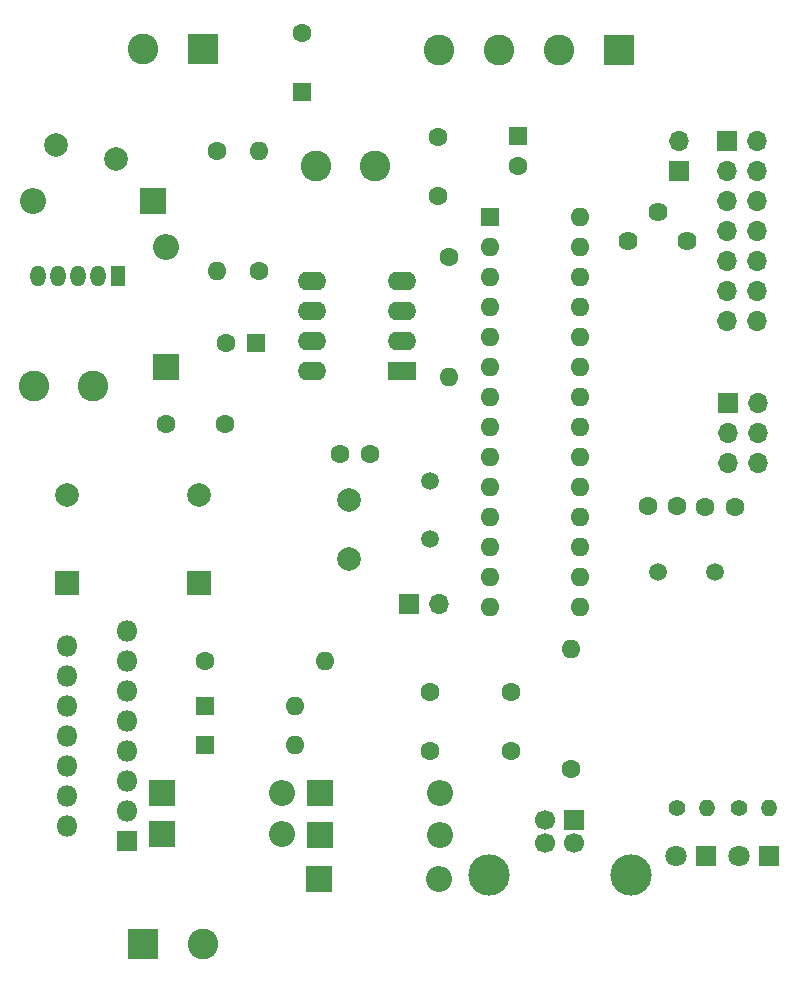
<source format=gbr>
%TF.GenerationSoftware,KiCad,Pcbnew,7.0.9*%
%TF.CreationDate,2023-12-16T09:33:54+01:00*%
%TF.ProjectId,Mutteruhr,4d757474-6572-4756-9872-2e6b69636164,rev?*%
%TF.SameCoordinates,Original*%
%TF.FileFunction,Soldermask,Bot*%
%TF.FilePolarity,Negative*%
%FSLAX46Y46*%
G04 Gerber Fmt 4.6, Leading zero omitted, Abs format (unit mm)*
G04 Created by KiCad (PCBNEW 7.0.9) date 2023-12-16 09:33:54*
%MOMM*%
%LPD*%
G01*
G04 APERTURE LIST*
%ADD10R,1.275000X1.800000*%
%ADD11O,1.275000X1.800000*%
%ADD12R,1.600000X1.600000*%
%ADD13O,1.600000X1.600000*%
%ADD14R,1.800000X1.800000*%
%ADD15O,1.800000X1.800000*%
%ADD16C,1.600000*%
%ADD17R,2.000000X2.000000*%
%ADD18C,2.000000*%
%ADD19C,1.800000*%
%ADD20R,1.700000X1.700000*%
%ADD21O,1.700000X1.700000*%
%ADD22C,2.600000*%
%ADD23R,2.400000X1.600000*%
%ADD24O,2.400000X1.600000*%
%ADD25C,1.500000*%
%ADD26C,1.620000*%
%ADD27C,1.700000*%
%ADD28C,3.500000*%
%ADD29C,2.010000*%
%ADD30R,2.600000X2.600000*%
%ADD31R,2.200000X2.200000*%
%ADD32O,2.200000X2.200000*%
%ADD33C,1.400000*%
%ADD34O,1.400000X1.400000*%
G04 APERTURE END LIST*
D10*
%TO.C,U1*%
X163850000Y-42300000D03*
D11*
X162150000Y-42300000D03*
X160450000Y-42300000D03*
X158750000Y-42300000D03*
X157050000Y-42300000D03*
%TD*%
D12*
%TO.C,U2*%
X195326000Y-37338000D03*
D13*
X195326000Y-39878000D03*
X195326000Y-42418000D03*
X195326000Y-44958000D03*
X195326000Y-47498000D03*
X195326000Y-50038000D03*
X195326000Y-52578000D03*
X195326000Y-55118000D03*
X195326000Y-57658000D03*
X195326000Y-60198000D03*
X195326000Y-62738000D03*
X195326000Y-65278000D03*
X195326000Y-67818000D03*
X195326000Y-70358000D03*
X202946000Y-70358000D03*
X202946000Y-67818000D03*
X202946000Y-65278000D03*
X202946000Y-62738000D03*
X202946000Y-60198000D03*
X202946000Y-57658000D03*
X202946000Y-55118000D03*
X202946000Y-52578000D03*
X202946000Y-50038000D03*
X202946000Y-47498000D03*
X202946000Y-44958000D03*
X202946000Y-42418000D03*
X202946000Y-39878000D03*
X202946000Y-37338000D03*
%TD*%
D14*
%TO.C,U5*%
X164592000Y-90170000D03*
D15*
X159512000Y-88900000D03*
X164592000Y-87630000D03*
X159512000Y-86360000D03*
X164592000Y-85090000D03*
X159512000Y-83820000D03*
X164592000Y-82550000D03*
X159512000Y-81280000D03*
X164592000Y-80010000D03*
X159512000Y-78740000D03*
X164592000Y-77470000D03*
X159512000Y-76200000D03*
X164592000Y-74930000D03*
X159512000Y-73660000D03*
X164592000Y-72390000D03*
%TD*%
D12*
%TO.C,D11*%
X171196000Y-78740000D03*
D13*
X178816000Y-78740000D03*
%TD*%
D12*
%TO.C,C1*%
X179438300Y-26733500D03*
D16*
X179438300Y-21733500D03*
%TD*%
D17*
%TO.C,C3*%
X159512000Y-68326000D03*
D18*
X159512000Y-60826000D03*
%TD*%
%TO.C,C5*%
X183388000Y-66294000D03*
X183388000Y-61294000D03*
%TD*%
D16*
%TO.C,C7*%
X208675600Y-61836300D03*
X211175600Y-61836300D03*
%TD*%
%TO.C,C8*%
X216039700Y-61861700D03*
X213539700Y-61861700D03*
%TD*%
D17*
%TO.C,C10*%
X170688000Y-68326000D03*
D18*
X170688000Y-60826000D03*
%TD*%
D12*
%TO.C,C13*%
X197700900Y-30492700D03*
D16*
X197700900Y-32992700D03*
%TD*%
D14*
%TO.C,D8*%
X218948000Y-91452700D03*
D19*
X216408000Y-91452700D03*
%TD*%
D14*
%TO.C,D9*%
X213614000Y-91452700D03*
D19*
X211074000Y-91452700D03*
%TD*%
D20*
%TO.C,J3*%
X215460000Y-53086000D03*
D21*
X218000000Y-53086000D03*
X215460000Y-55626000D03*
X218000000Y-55626000D03*
X215460000Y-58166000D03*
X218000000Y-58166000D03*
%TD*%
D20*
%TO.C,J7*%
X188468000Y-70104000D03*
D21*
X191008000Y-70104000D03*
%TD*%
D22*
%TO.C,L1*%
X156750000Y-51650000D03*
X161750000Y-51650000D03*
%TD*%
%TO.C,L2*%
X180594000Y-33007300D03*
X185594000Y-33007300D03*
%TD*%
D16*
%TO.C,R2*%
X175768000Y-41910000D03*
D13*
X175768000Y-31750000D03*
%TD*%
D16*
%TO.C,R6*%
X191820800Y-40690800D03*
D13*
X191820800Y-50850800D03*
%TD*%
D16*
%TO.C,R7*%
X171196000Y-74930000D03*
D13*
X181356000Y-74930000D03*
%TD*%
D23*
%TO.C,U3*%
X187858400Y-50355500D03*
D24*
X187858400Y-47815500D03*
X187858400Y-45275500D03*
X187858400Y-42735500D03*
X180238400Y-42735500D03*
X180238400Y-45275500D03*
X180238400Y-47815500D03*
X180238400Y-50355500D03*
%TD*%
D25*
%TO.C,Y2*%
X209521400Y-67424300D03*
X214401400Y-67424300D03*
%TD*%
D26*
%TO.C,RV1*%
X207010000Y-39370000D03*
X209510000Y-36870000D03*
X212010000Y-39370000D03*
%TD*%
D20*
%TO.C,J4*%
X202476100Y-88353900D03*
D27*
X199976100Y-88353900D03*
X199976100Y-90353900D03*
X202476100Y-90353900D03*
D28*
X207246100Y-93063900D03*
X195206100Y-93063900D03*
%TD*%
D29*
%TO.C,F1*%
X158600000Y-31200000D03*
X163700000Y-32400000D03*
%TD*%
D30*
%TO.C,J1*%
X171043600Y-23101300D03*
D22*
X165963600Y-23101300D03*
%TD*%
D30*
%TO.C,J2*%
X206240000Y-23152100D03*
D22*
X201160000Y-23152100D03*
X196080000Y-23152100D03*
X191000000Y-23152100D03*
%TD*%
D31*
%TO.C,D1*%
X166800000Y-35950000D03*
D32*
X156640000Y-35950000D03*
%TD*%
D16*
%TO.C,R1*%
X172212000Y-31750000D03*
D13*
X172212000Y-41910000D03*
%TD*%
D25*
%TO.C,Y1*%
X190246000Y-59690000D03*
X190246000Y-64570000D03*
%TD*%
D31*
%TO.C,D2*%
X167894000Y-50038000D03*
D32*
X167894000Y-39878000D03*
%TD*%
D30*
%TO.C,J5*%
X165976300Y-98900000D03*
D22*
X171056300Y-98900000D03*
%TD*%
D31*
%TO.C,D4*%
X167589200Y-89598500D03*
D32*
X177749200Y-89598500D03*
%TD*%
D31*
%TO.C,D7*%
X180835300Y-93357700D03*
D32*
X190995300Y-93357700D03*
%TD*%
D31*
%TO.C,D5*%
X180898800Y-89623900D03*
D32*
X191058800Y-89623900D03*
%TD*%
D31*
%TO.C,D3*%
X167589200Y-86093300D03*
D32*
X177749200Y-86093300D03*
%TD*%
D12*
%TO.C,D10*%
X171196000Y-82042000D03*
D13*
X178816000Y-82042000D03*
%TD*%
D12*
%TO.C,C4*%
X175514000Y-48006000D03*
D16*
X173014000Y-48006000D03*
%TD*%
%TO.C,C6*%
X182626000Y-57404000D03*
X185126000Y-57404000D03*
%TD*%
D20*
%TO.C,J6*%
X215410000Y-30860000D03*
D21*
X217950000Y-30860000D03*
X215410000Y-33400000D03*
X217950000Y-33400000D03*
X215410000Y-35940000D03*
X217950000Y-35940000D03*
X215410000Y-38480000D03*
X217950000Y-38480000D03*
X215410000Y-41020000D03*
X217950000Y-41020000D03*
X215410000Y-43560000D03*
X217950000Y-43560000D03*
X215410000Y-46100000D03*
X217950000Y-46100000D03*
%TD*%
D16*
%TO.C,R3*%
X202184000Y-84074000D03*
D13*
X202184000Y-73914000D03*
%TD*%
D31*
%TO.C,D6*%
X180924200Y-86106000D03*
D32*
X191084200Y-86106000D03*
%TD*%
D33*
%TO.C,R4*%
X211150200Y-87388700D03*
D34*
X213690200Y-87388700D03*
%TD*%
D33*
%TO.C,R5*%
X216446100Y-87388700D03*
D34*
X218986100Y-87388700D03*
%TD*%
D16*
%TO.C,C2*%
X167894000Y-54864000D03*
X172894000Y-54864000D03*
%TD*%
%TO.C,C9*%
X197065900Y-82524600D03*
X197065900Y-77524600D03*
%TD*%
%TO.C,C11*%
X190246000Y-77533500D03*
X190246000Y-82533500D03*
%TD*%
%TO.C,C12*%
X190919100Y-30556200D03*
X190919100Y-35556200D03*
%TD*%
D20*
%TO.C,J8*%
X211300000Y-33400000D03*
D21*
X211300000Y-30860000D03*
%TD*%
M02*

</source>
